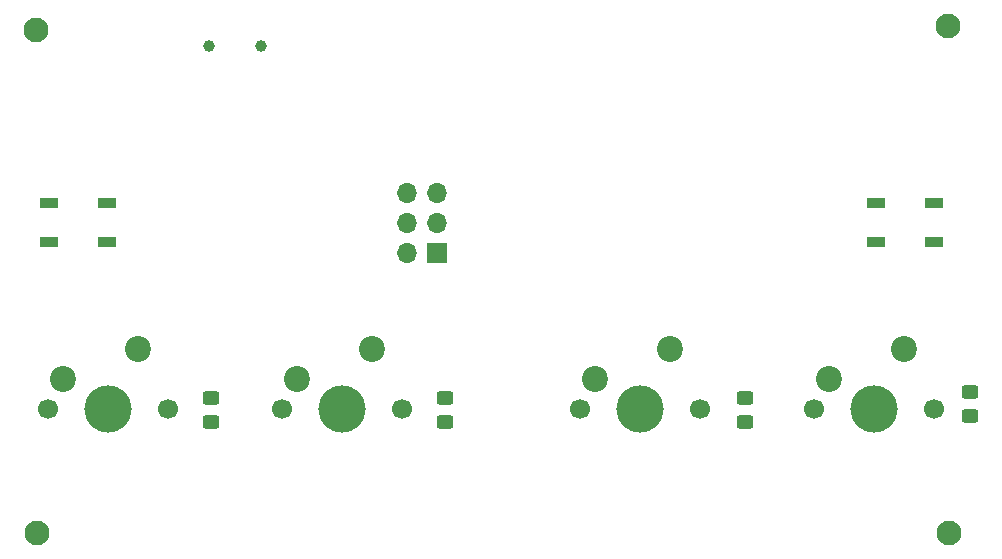
<source format=gbr>
%TF.GenerationSoftware,KiCad,Pcbnew,8.0.6*%
%TF.CreationDate,2025-02-27T22:11:00+05:30*%
%TF.ProjectId,muse-dash-pcb,6d757365-2d64-4617-9368-2d7063622e6b,rev?*%
%TF.SameCoordinates,Original*%
%TF.FileFunction,Soldermask,Bot*%
%TF.FilePolarity,Negative*%
%FSLAX46Y46*%
G04 Gerber Fmt 4.6, Leading zero omitted, Abs format (unit mm)*
G04 Created by KiCad (PCBNEW 8.0.6) date 2025-02-27 22:11:00*
%MOMM*%
%LPD*%
G01*
G04 APERTURE LIST*
G04 Aperture macros list*
%AMRoundRect*
0 Rectangle with rounded corners*
0 $1 Rounding radius*
0 $2 $3 $4 $5 $6 $7 $8 $9 X,Y pos of 4 corners*
0 Add a 4 corners polygon primitive as box body*
4,1,4,$2,$3,$4,$5,$6,$7,$8,$9,$2,$3,0*
0 Add four circle primitives for the rounded corners*
1,1,$1+$1,$2,$3*
1,1,$1+$1,$4,$5*
1,1,$1+$1,$6,$7*
1,1,$1+$1,$8,$9*
0 Add four rect primitives between the rounded corners*
20,1,$1+$1,$2,$3,$4,$5,0*
20,1,$1+$1,$4,$5,$6,$7,0*
20,1,$1+$1,$6,$7,$8,$9,0*
20,1,$1+$1,$8,$9,$2,$3,0*%
G04 Aperture macros list end*
%ADD10C,1.700000*%
%ADD11C,4.000000*%
%ADD12C,2.200000*%
%ADD13C,2.100000*%
%ADD14R,1.700000X1.700000*%
%ADD15O,1.700000X1.700000*%
%ADD16C,1.000000*%
%ADD17RoundRect,0.090000X0.660000X0.360000X-0.660000X0.360000X-0.660000X-0.360000X0.660000X-0.360000X0*%
%ADD18RoundRect,0.250000X0.450000X-0.325000X0.450000X0.325000X-0.450000X0.325000X-0.450000X-0.325000X0*%
G04 APERTURE END LIST*
D10*
%TO.C,SW1*%
X157638750Y-89058750D03*
D11*
X162718750Y-89058750D03*
D10*
X167798750Y-89058750D03*
D12*
X165258750Y-83978750D03*
X158908750Y-86518750D03*
%TD*%
D13*
%TO.C,H1*%
X156684000Y-56981000D03*
%TD*%
%TO.C,H2*%
X233900000Y-56600000D03*
%TD*%
%TO.C,H3*%
X156718000Y-99568000D03*
%TD*%
D14*
%TO.C,J1*%
X190601600Y-75844400D03*
D15*
X188061600Y-75844400D03*
X190601600Y-73304400D03*
X188061600Y-73304400D03*
X190601600Y-70764400D03*
X188061600Y-70764400D03*
%TD*%
D10*
%TO.C,SW3*%
X202723750Y-89058750D03*
D11*
X207803750Y-89058750D03*
D10*
X212883750Y-89058750D03*
D12*
X210343750Y-83978750D03*
X203993750Y-86518750D03*
%TD*%
D10*
%TO.C,SW4*%
X222567500Y-89058750D03*
D11*
X227647500Y-89058750D03*
D10*
X232727500Y-89058750D03*
D12*
X230187500Y-83978750D03*
X223837500Y-86518750D03*
%TD*%
D13*
%TO.C,H4*%
X233934000Y-99568000D03*
%TD*%
D10*
%TO.C,SW2*%
X177482500Y-89058750D03*
D11*
X182562500Y-89058750D03*
D10*
X187642500Y-89058750D03*
D12*
X185102500Y-83978750D03*
X178752500Y-86518750D03*
%TD*%
D16*
%TO.C,USB1*%
X175700000Y-58300000D03*
X171300000Y-58300000D03*
%TD*%
D17*
%TO.C,D5*%
X162661600Y-71628000D03*
X162661600Y-74928000D03*
X157761600Y-74928000D03*
X157761600Y-71628000D03*
%TD*%
%TO.C,D6*%
X232664000Y-71577200D03*
X232664000Y-74877200D03*
X227764000Y-74877200D03*
X227764000Y-71577200D03*
%TD*%
D18*
%TO.C,D2*%
X191293750Y-90156250D03*
X191293750Y-88106250D03*
%TD*%
%TO.C,D1*%
X171450000Y-90156250D03*
X171450000Y-88106250D03*
%TD*%
%TO.C,D3*%
X216693750Y-90156250D03*
X216693750Y-88106250D03*
%TD*%
%TO.C,D4*%
X235712000Y-89680000D03*
X235712000Y-87630000D03*
%TD*%
M02*

</source>
